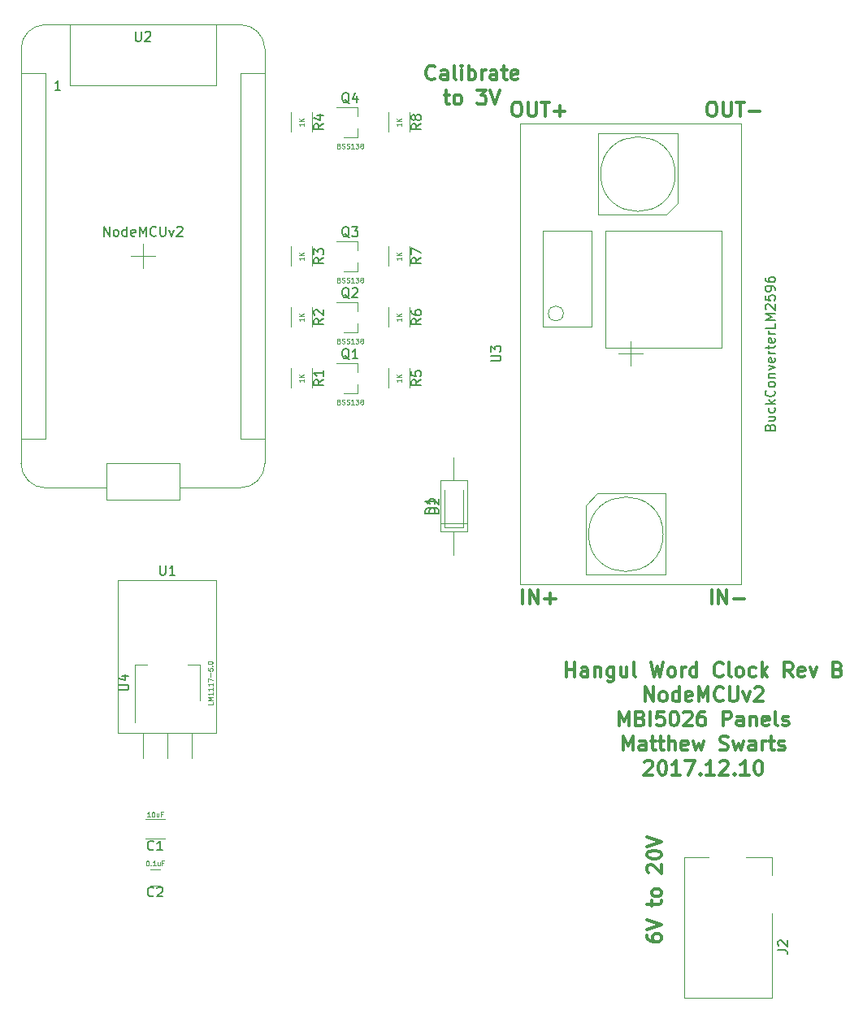
<source format=gto>
G04 #@! TF.FileFunction,Legend,Top*
%FSLAX46Y46*%
G04 Gerber Fmt 4.6, Leading zero omitted, Abs format (unit mm)*
G04 Created by KiCad (PCBNEW 4.0.4-stable) date 12/14/17 11:03:47*
%MOMM*%
%LPD*%
G01*
G04 APERTURE LIST*
%ADD10C,0.250000*%
%ADD11C,0.300000*%
%ADD12C,0.100000*%
%ADD13C,0.120000*%
%ADD14C,0.150000*%
G04 APERTURE END LIST*
D10*
D11*
X130494286Y-132738571D02*
X130494286Y-131238571D01*
X130494286Y-131952857D02*
X131351429Y-131952857D01*
X131351429Y-132738571D02*
X131351429Y-131238571D01*
X132708572Y-132738571D02*
X132708572Y-131952857D01*
X132637143Y-131810000D01*
X132494286Y-131738571D01*
X132208572Y-131738571D01*
X132065715Y-131810000D01*
X132708572Y-132667143D02*
X132565715Y-132738571D01*
X132208572Y-132738571D01*
X132065715Y-132667143D01*
X131994286Y-132524286D01*
X131994286Y-132381429D01*
X132065715Y-132238571D01*
X132208572Y-132167143D01*
X132565715Y-132167143D01*
X132708572Y-132095714D01*
X133422858Y-131738571D02*
X133422858Y-132738571D01*
X133422858Y-131881429D02*
X133494286Y-131810000D01*
X133637144Y-131738571D01*
X133851429Y-131738571D01*
X133994286Y-131810000D01*
X134065715Y-131952857D01*
X134065715Y-132738571D01*
X135422858Y-131738571D02*
X135422858Y-132952857D01*
X135351429Y-133095714D01*
X135280001Y-133167143D01*
X135137144Y-133238571D01*
X134922858Y-133238571D01*
X134780001Y-133167143D01*
X135422858Y-132667143D02*
X135280001Y-132738571D01*
X134994287Y-132738571D01*
X134851429Y-132667143D01*
X134780001Y-132595714D01*
X134708572Y-132452857D01*
X134708572Y-132024286D01*
X134780001Y-131881429D01*
X134851429Y-131810000D01*
X134994287Y-131738571D01*
X135280001Y-131738571D01*
X135422858Y-131810000D01*
X136780001Y-131738571D02*
X136780001Y-132738571D01*
X136137144Y-131738571D02*
X136137144Y-132524286D01*
X136208572Y-132667143D01*
X136351430Y-132738571D01*
X136565715Y-132738571D01*
X136708572Y-132667143D01*
X136780001Y-132595714D01*
X137708573Y-132738571D02*
X137565715Y-132667143D01*
X137494287Y-132524286D01*
X137494287Y-131238571D01*
X139280001Y-131238571D02*
X139637144Y-132738571D01*
X139922858Y-131667143D01*
X140208572Y-132738571D01*
X140565715Y-131238571D01*
X141351430Y-132738571D02*
X141208572Y-132667143D01*
X141137144Y-132595714D01*
X141065715Y-132452857D01*
X141065715Y-132024286D01*
X141137144Y-131881429D01*
X141208572Y-131810000D01*
X141351430Y-131738571D01*
X141565715Y-131738571D01*
X141708572Y-131810000D01*
X141780001Y-131881429D01*
X141851430Y-132024286D01*
X141851430Y-132452857D01*
X141780001Y-132595714D01*
X141708572Y-132667143D01*
X141565715Y-132738571D01*
X141351430Y-132738571D01*
X142494287Y-132738571D02*
X142494287Y-131738571D01*
X142494287Y-132024286D02*
X142565715Y-131881429D01*
X142637144Y-131810000D01*
X142780001Y-131738571D01*
X142922858Y-131738571D01*
X144065715Y-132738571D02*
X144065715Y-131238571D01*
X144065715Y-132667143D02*
X143922858Y-132738571D01*
X143637144Y-132738571D01*
X143494286Y-132667143D01*
X143422858Y-132595714D01*
X143351429Y-132452857D01*
X143351429Y-132024286D01*
X143422858Y-131881429D01*
X143494286Y-131810000D01*
X143637144Y-131738571D01*
X143922858Y-131738571D01*
X144065715Y-131810000D01*
X146780001Y-132595714D02*
X146708572Y-132667143D01*
X146494286Y-132738571D01*
X146351429Y-132738571D01*
X146137144Y-132667143D01*
X145994286Y-132524286D01*
X145922858Y-132381429D01*
X145851429Y-132095714D01*
X145851429Y-131881429D01*
X145922858Y-131595714D01*
X145994286Y-131452857D01*
X146137144Y-131310000D01*
X146351429Y-131238571D01*
X146494286Y-131238571D01*
X146708572Y-131310000D01*
X146780001Y-131381429D01*
X147637144Y-132738571D02*
X147494286Y-132667143D01*
X147422858Y-132524286D01*
X147422858Y-131238571D01*
X148422858Y-132738571D02*
X148280000Y-132667143D01*
X148208572Y-132595714D01*
X148137143Y-132452857D01*
X148137143Y-132024286D01*
X148208572Y-131881429D01*
X148280000Y-131810000D01*
X148422858Y-131738571D01*
X148637143Y-131738571D01*
X148780000Y-131810000D01*
X148851429Y-131881429D01*
X148922858Y-132024286D01*
X148922858Y-132452857D01*
X148851429Y-132595714D01*
X148780000Y-132667143D01*
X148637143Y-132738571D01*
X148422858Y-132738571D01*
X150208572Y-132667143D02*
X150065715Y-132738571D01*
X149780001Y-132738571D01*
X149637143Y-132667143D01*
X149565715Y-132595714D01*
X149494286Y-132452857D01*
X149494286Y-132024286D01*
X149565715Y-131881429D01*
X149637143Y-131810000D01*
X149780001Y-131738571D01*
X150065715Y-131738571D01*
X150208572Y-131810000D01*
X150851429Y-132738571D02*
X150851429Y-131238571D01*
X150994286Y-132167143D02*
X151422857Y-132738571D01*
X151422857Y-131738571D02*
X150851429Y-132310000D01*
X154065715Y-132738571D02*
X153565715Y-132024286D01*
X153208572Y-132738571D02*
X153208572Y-131238571D01*
X153780000Y-131238571D01*
X153922858Y-131310000D01*
X153994286Y-131381429D01*
X154065715Y-131524286D01*
X154065715Y-131738571D01*
X153994286Y-131881429D01*
X153922858Y-131952857D01*
X153780000Y-132024286D01*
X153208572Y-132024286D01*
X155280000Y-132667143D02*
X155137143Y-132738571D01*
X154851429Y-132738571D01*
X154708572Y-132667143D01*
X154637143Y-132524286D01*
X154637143Y-131952857D01*
X154708572Y-131810000D01*
X154851429Y-131738571D01*
X155137143Y-131738571D01*
X155280000Y-131810000D01*
X155351429Y-131952857D01*
X155351429Y-132095714D01*
X154637143Y-132238571D01*
X155851429Y-131738571D02*
X156208572Y-132738571D01*
X156565714Y-131738571D01*
X158780000Y-131952857D02*
X158994286Y-132024286D01*
X159065714Y-132095714D01*
X159137143Y-132238571D01*
X159137143Y-132452857D01*
X159065714Y-132595714D01*
X158994286Y-132667143D01*
X158851428Y-132738571D01*
X158280000Y-132738571D01*
X158280000Y-131238571D01*
X158780000Y-131238571D01*
X158922857Y-131310000D01*
X158994286Y-131381429D01*
X159065714Y-131524286D01*
X159065714Y-131667143D01*
X158994286Y-131810000D01*
X158922857Y-131881429D01*
X158780000Y-131952857D01*
X158280000Y-131952857D01*
X138672857Y-135288571D02*
X138672857Y-133788571D01*
X139530000Y-135288571D01*
X139530000Y-133788571D01*
X140458572Y-135288571D02*
X140315714Y-135217143D01*
X140244286Y-135145714D01*
X140172857Y-135002857D01*
X140172857Y-134574286D01*
X140244286Y-134431429D01*
X140315714Y-134360000D01*
X140458572Y-134288571D01*
X140672857Y-134288571D01*
X140815714Y-134360000D01*
X140887143Y-134431429D01*
X140958572Y-134574286D01*
X140958572Y-135002857D01*
X140887143Y-135145714D01*
X140815714Y-135217143D01*
X140672857Y-135288571D01*
X140458572Y-135288571D01*
X142244286Y-135288571D02*
X142244286Y-133788571D01*
X142244286Y-135217143D02*
X142101429Y-135288571D01*
X141815715Y-135288571D01*
X141672857Y-135217143D01*
X141601429Y-135145714D01*
X141530000Y-135002857D01*
X141530000Y-134574286D01*
X141601429Y-134431429D01*
X141672857Y-134360000D01*
X141815715Y-134288571D01*
X142101429Y-134288571D01*
X142244286Y-134360000D01*
X143530000Y-135217143D02*
X143387143Y-135288571D01*
X143101429Y-135288571D01*
X142958572Y-135217143D01*
X142887143Y-135074286D01*
X142887143Y-134502857D01*
X142958572Y-134360000D01*
X143101429Y-134288571D01*
X143387143Y-134288571D01*
X143530000Y-134360000D01*
X143601429Y-134502857D01*
X143601429Y-134645714D01*
X142887143Y-134788571D01*
X144244286Y-135288571D02*
X144244286Y-133788571D01*
X144744286Y-134860000D01*
X145244286Y-133788571D01*
X145244286Y-135288571D01*
X146815715Y-135145714D02*
X146744286Y-135217143D01*
X146530000Y-135288571D01*
X146387143Y-135288571D01*
X146172858Y-135217143D01*
X146030000Y-135074286D01*
X145958572Y-134931429D01*
X145887143Y-134645714D01*
X145887143Y-134431429D01*
X145958572Y-134145714D01*
X146030000Y-134002857D01*
X146172858Y-133860000D01*
X146387143Y-133788571D01*
X146530000Y-133788571D01*
X146744286Y-133860000D01*
X146815715Y-133931429D01*
X147458572Y-133788571D02*
X147458572Y-135002857D01*
X147530000Y-135145714D01*
X147601429Y-135217143D01*
X147744286Y-135288571D01*
X148030000Y-135288571D01*
X148172858Y-135217143D01*
X148244286Y-135145714D01*
X148315715Y-135002857D01*
X148315715Y-133788571D01*
X148887144Y-134288571D02*
X149244287Y-135288571D01*
X149601429Y-134288571D01*
X150101429Y-133931429D02*
X150172858Y-133860000D01*
X150315715Y-133788571D01*
X150672858Y-133788571D01*
X150815715Y-133860000D01*
X150887144Y-133931429D01*
X150958572Y-134074286D01*
X150958572Y-134217143D01*
X150887144Y-134431429D01*
X150030001Y-135288571D01*
X150958572Y-135288571D01*
X135994287Y-137838571D02*
X135994287Y-136338571D01*
X136494287Y-137410000D01*
X136994287Y-136338571D01*
X136994287Y-137838571D01*
X138208573Y-137052857D02*
X138422859Y-137124286D01*
X138494287Y-137195714D01*
X138565716Y-137338571D01*
X138565716Y-137552857D01*
X138494287Y-137695714D01*
X138422859Y-137767143D01*
X138280001Y-137838571D01*
X137708573Y-137838571D01*
X137708573Y-136338571D01*
X138208573Y-136338571D01*
X138351430Y-136410000D01*
X138422859Y-136481429D01*
X138494287Y-136624286D01*
X138494287Y-136767143D01*
X138422859Y-136910000D01*
X138351430Y-136981429D01*
X138208573Y-137052857D01*
X137708573Y-137052857D01*
X139208573Y-137838571D02*
X139208573Y-136338571D01*
X140637145Y-136338571D02*
X139922859Y-136338571D01*
X139851430Y-137052857D01*
X139922859Y-136981429D01*
X140065716Y-136910000D01*
X140422859Y-136910000D01*
X140565716Y-136981429D01*
X140637145Y-137052857D01*
X140708573Y-137195714D01*
X140708573Y-137552857D01*
X140637145Y-137695714D01*
X140565716Y-137767143D01*
X140422859Y-137838571D01*
X140065716Y-137838571D01*
X139922859Y-137767143D01*
X139851430Y-137695714D01*
X141637144Y-136338571D02*
X141780001Y-136338571D01*
X141922858Y-136410000D01*
X141994287Y-136481429D01*
X142065716Y-136624286D01*
X142137144Y-136910000D01*
X142137144Y-137267143D01*
X142065716Y-137552857D01*
X141994287Y-137695714D01*
X141922858Y-137767143D01*
X141780001Y-137838571D01*
X141637144Y-137838571D01*
X141494287Y-137767143D01*
X141422858Y-137695714D01*
X141351430Y-137552857D01*
X141280001Y-137267143D01*
X141280001Y-136910000D01*
X141351430Y-136624286D01*
X141422858Y-136481429D01*
X141494287Y-136410000D01*
X141637144Y-136338571D01*
X142708572Y-136481429D02*
X142780001Y-136410000D01*
X142922858Y-136338571D01*
X143280001Y-136338571D01*
X143422858Y-136410000D01*
X143494287Y-136481429D01*
X143565715Y-136624286D01*
X143565715Y-136767143D01*
X143494287Y-136981429D01*
X142637144Y-137838571D01*
X143565715Y-137838571D01*
X144851429Y-136338571D02*
X144565715Y-136338571D01*
X144422858Y-136410000D01*
X144351429Y-136481429D01*
X144208572Y-136695714D01*
X144137143Y-136981429D01*
X144137143Y-137552857D01*
X144208572Y-137695714D01*
X144280000Y-137767143D01*
X144422858Y-137838571D01*
X144708572Y-137838571D01*
X144851429Y-137767143D01*
X144922858Y-137695714D01*
X144994286Y-137552857D01*
X144994286Y-137195714D01*
X144922858Y-137052857D01*
X144851429Y-136981429D01*
X144708572Y-136910000D01*
X144422858Y-136910000D01*
X144280000Y-136981429D01*
X144208572Y-137052857D01*
X144137143Y-137195714D01*
X146780000Y-137838571D02*
X146780000Y-136338571D01*
X147351428Y-136338571D01*
X147494286Y-136410000D01*
X147565714Y-136481429D01*
X147637143Y-136624286D01*
X147637143Y-136838571D01*
X147565714Y-136981429D01*
X147494286Y-137052857D01*
X147351428Y-137124286D01*
X146780000Y-137124286D01*
X148922857Y-137838571D02*
X148922857Y-137052857D01*
X148851428Y-136910000D01*
X148708571Y-136838571D01*
X148422857Y-136838571D01*
X148280000Y-136910000D01*
X148922857Y-137767143D02*
X148780000Y-137838571D01*
X148422857Y-137838571D01*
X148280000Y-137767143D01*
X148208571Y-137624286D01*
X148208571Y-137481429D01*
X148280000Y-137338571D01*
X148422857Y-137267143D01*
X148780000Y-137267143D01*
X148922857Y-137195714D01*
X149637143Y-136838571D02*
X149637143Y-137838571D01*
X149637143Y-136981429D02*
X149708571Y-136910000D01*
X149851429Y-136838571D01*
X150065714Y-136838571D01*
X150208571Y-136910000D01*
X150280000Y-137052857D01*
X150280000Y-137838571D01*
X151565714Y-137767143D02*
X151422857Y-137838571D01*
X151137143Y-137838571D01*
X150994286Y-137767143D01*
X150922857Y-137624286D01*
X150922857Y-137052857D01*
X150994286Y-136910000D01*
X151137143Y-136838571D01*
X151422857Y-136838571D01*
X151565714Y-136910000D01*
X151637143Y-137052857D01*
X151637143Y-137195714D01*
X150922857Y-137338571D01*
X152494286Y-137838571D02*
X152351428Y-137767143D01*
X152280000Y-137624286D01*
X152280000Y-136338571D01*
X152994285Y-137767143D02*
X153137142Y-137838571D01*
X153422857Y-137838571D01*
X153565714Y-137767143D01*
X153637142Y-137624286D01*
X153637142Y-137552857D01*
X153565714Y-137410000D01*
X153422857Y-137338571D01*
X153208571Y-137338571D01*
X153065714Y-137267143D01*
X152994285Y-137124286D01*
X152994285Y-137052857D01*
X153065714Y-136910000D01*
X153208571Y-136838571D01*
X153422857Y-136838571D01*
X153565714Y-136910000D01*
X136387143Y-140388571D02*
X136387143Y-138888571D01*
X136887143Y-139960000D01*
X137387143Y-138888571D01*
X137387143Y-140388571D01*
X138744286Y-140388571D02*
X138744286Y-139602857D01*
X138672857Y-139460000D01*
X138530000Y-139388571D01*
X138244286Y-139388571D01*
X138101429Y-139460000D01*
X138744286Y-140317143D02*
X138601429Y-140388571D01*
X138244286Y-140388571D01*
X138101429Y-140317143D01*
X138030000Y-140174286D01*
X138030000Y-140031429D01*
X138101429Y-139888571D01*
X138244286Y-139817143D01*
X138601429Y-139817143D01*
X138744286Y-139745714D01*
X139244286Y-139388571D02*
X139815715Y-139388571D01*
X139458572Y-138888571D02*
X139458572Y-140174286D01*
X139530000Y-140317143D01*
X139672858Y-140388571D01*
X139815715Y-140388571D01*
X140101429Y-139388571D02*
X140672858Y-139388571D01*
X140315715Y-138888571D02*
X140315715Y-140174286D01*
X140387143Y-140317143D01*
X140530001Y-140388571D01*
X140672858Y-140388571D01*
X141172858Y-140388571D02*
X141172858Y-138888571D01*
X141815715Y-140388571D02*
X141815715Y-139602857D01*
X141744286Y-139460000D01*
X141601429Y-139388571D01*
X141387144Y-139388571D01*
X141244286Y-139460000D01*
X141172858Y-139531429D01*
X143101429Y-140317143D02*
X142958572Y-140388571D01*
X142672858Y-140388571D01*
X142530001Y-140317143D01*
X142458572Y-140174286D01*
X142458572Y-139602857D01*
X142530001Y-139460000D01*
X142672858Y-139388571D01*
X142958572Y-139388571D01*
X143101429Y-139460000D01*
X143172858Y-139602857D01*
X143172858Y-139745714D01*
X142458572Y-139888571D01*
X143672858Y-139388571D02*
X143958572Y-140388571D01*
X144244286Y-139674286D01*
X144530001Y-140388571D01*
X144815715Y-139388571D01*
X146458572Y-140317143D02*
X146672858Y-140388571D01*
X147030001Y-140388571D01*
X147172858Y-140317143D01*
X147244287Y-140245714D01*
X147315715Y-140102857D01*
X147315715Y-139960000D01*
X147244287Y-139817143D01*
X147172858Y-139745714D01*
X147030001Y-139674286D01*
X146744287Y-139602857D01*
X146601429Y-139531429D01*
X146530001Y-139460000D01*
X146458572Y-139317143D01*
X146458572Y-139174286D01*
X146530001Y-139031429D01*
X146601429Y-138960000D01*
X146744287Y-138888571D01*
X147101429Y-138888571D01*
X147315715Y-138960000D01*
X147815715Y-139388571D02*
X148101429Y-140388571D01*
X148387143Y-139674286D01*
X148672858Y-140388571D01*
X148958572Y-139388571D01*
X150172858Y-140388571D02*
X150172858Y-139602857D01*
X150101429Y-139460000D01*
X149958572Y-139388571D01*
X149672858Y-139388571D01*
X149530001Y-139460000D01*
X150172858Y-140317143D02*
X150030001Y-140388571D01*
X149672858Y-140388571D01*
X149530001Y-140317143D01*
X149458572Y-140174286D01*
X149458572Y-140031429D01*
X149530001Y-139888571D01*
X149672858Y-139817143D01*
X150030001Y-139817143D01*
X150172858Y-139745714D01*
X150887144Y-140388571D02*
X150887144Y-139388571D01*
X150887144Y-139674286D02*
X150958572Y-139531429D01*
X151030001Y-139460000D01*
X151172858Y-139388571D01*
X151315715Y-139388571D01*
X151601429Y-139388571D02*
X152172858Y-139388571D01*
X151815715Y-138888571D02*
X151815715Y-140174286D01*
X151887143Y-140317143D01*
X152030001Y-140388571D01*
X152172858Y-140388571D01*
X152601429Y-140317143D02*
X152744286Y-140388571D01*
X153030001Y-140388571D01*
X153172858Y-140317143D01*
X153244286Y-140174286D01*
X153244286Y-140102857D01*
X153172858Y-139960000D01*
X153030001Y-139888571D01*
X152815715Y-139888571D01*
X152672858Y-139817143D01*
X152601429Y-139674286D01*
X152601429Y-139602857D01*
X152672858Y-139460000D01*
X152815715Y-139388571D01*
X153030001Y-139388571D01*
X153172858Y-139460000D01*
X138637144Y-141581429D02*
X138708573Y-141510000D01*
X138851430Y-141438571D01*
X139208573Y-141438571D01*
X139351430Y-141510000D01*
X139422859Y-141581429D01*
X139494287Y-141724286D01*
X139494287Y-141867143D01*
X139422859Y-142081429D01*
X138565716Y-142938571D01*
X139494287Y-142938571D01*
X140422858Y-141438571D02*
X140565715Y-141438571D01*
X140708572Y-141510000D01*
X140780001Y-141581429D01*
X140851430Y-141724286D01*
X140922858Y-142010000D01*
X140922858Y-142367143D01*
X140851430Y-142652857D01*
X140780001Y-142795714D01*
X140708572Y-142867143D01*
X140565715Y-142938571D01*
X140422858Y-142938571D01*
X140280001Y-142867143D01*
X140208572Y-142795714D01*
X140137144Y-142652857D01*
X140065715Y-142367143D01*
X140065715Y-142010000D01*
X140137144Y-141724286D01*
X140208572Y-141581429D01*
X140280001Y-141510000D01*
X140422858Y-141438571D01*
X142351429Y-142938571D02*
X141494286Y-142938571D01*
X141922858Y-142938571D02*
X141922858Y-141438571D01*
X141780001Y-141652857D01*
X141637143Y-141795714D01*
X141494286Y-141867143D01*
X142851429Y-141438571D02*
X143851429Y-141438571D01*
X143208572Y-142938571D01*
X144422857Y-142795714D02*
X144494285Y-142867143D01*
X144422857Y-142938571D01*
X144351428Y-142867143D01*
X144422857Y-142795714D01*
X144422857Y-142938571D01*
X145922857Y-142938571D02*
X145065714Y-142938571D01*
X145494286Y-142938571D02*
X145494286Y-141438571D01*
X145351429Y-141652857D01*
X145208571Y-141795714D01*
X145065714Y-141867143D01*
X146494285Y-141581429D02*
X146565714Y-141510000D01*
X146708571Y-141438571D01*
X147065714Y-141438571D01*
X147208571Y-141510000D01*
X147280000Y-141581429D01*
X147351428Y-141724286D01*
X147351428Y-141867143D01*
X147280000Y-142081429D01*
X146422857Y-142938571D01*
X147351428Y-142938571D01*
X147994285Y-142795714D02*
X148065713Y-142867143D01*
X147994285Y-142938571D01*
X147922856Y-142867143D01*
X147994285Y-142795714D01*
X147994285Y-142938571D01*
X149494285Y-142938571D02*
X148637142Y-142938571D01*
X149065714Y-142938571D02*
X149065714Y-141438571D01*
X148922857Y-141652857D01*
X148779999Y-141795714D01*
X148637142Y-141867143D01*
X150422856Y-141438571D02*
X150565713Y-141438571D01*
X150708570Y-141510000D01*
X150779999Y-141581429D01*
X150851428Y-141724286D01*
X150922856Y-142010000D01*
X150922856Y-142367143D01*
X150851428Y-142652857D01*
X150779999Y-142795714D01*
X150708570Y-142867143D01*
X150565713Y-142938571D01*
X150422856Y-142938571D01*
X150279999Y-142867143D01*
X150208570Y-142795714D01*
X150137142Y-142652857D01*
X150065713Y-142367143D01*
X150065713Y-142010000D01*
X150137142Y-141724286D01*
X150208570Y-141581429D01*
X150279999Y-141510000D01*
X150422856Y-141438571D01*
X116792858Y-70380714D02*
X116721429Y-70452143D01*
X116507143Y-70523571D01*
X116364286Y-70523571D01*
X116150001Y-70452143D01*
X116007143Y-70309286D01*
X115935715Y-70166429D01*
X115864286Y-69880714D01*
X115864286Y-69666429D01*
X115935715Y-69380714D01*
X116007143Y-69237857D01*
X116150001Y-69095000D01*
X116364286Y-69023571D01*
X116507143Y-69023571D01*
X116721429Y-69095000D01*
X116792858Y-69166429D01*
X118078572Y-70523571D02*
X118078572Y-69737857D01*
X118007143Y-69595000D01*
X117864286Y-69523571D01*
X117578572Y-69523571D01*
X117435715Y-69595000D01*
X118078572Y-70452143D02*
X117935715Y-70523571D01*
X117578572Y-70523571D01*
X117435715Y-70452143D01*
X117364286Y-70309286D01*
X117364286Y-70166429D01*
X117435715Y-70023571D01*
X117578572Y-69952143D01*
X117935715Y-69952143D01*
X118078572Y-69880714D01*
X119007144Y-70523571D02*
X118864286Y-70452143D01*
X118792858Y-70309286D01*
X118792858Y-69023571D01*
X119578572Y-70523571D02*
X119578572Y-69523571D01*
X119578572Y-69023571D02*
X119507143Y-69095000D01*
X119578572Y-69166429D01*
X119650000Y-69095000D01*
X119578572Y-69023571D01*
X119578572Y-69166429D01*
X120292858Y-70523571D02*
X120292858Y-69023571D01*
X120292858Y-69595000D02*
X120435715Y-69523571D01*
X120721429Y-69523571D01*
X120864286Y-69595000D01*
X120935715Y-69666429D01*
X121007144Y-69809286D01*
X121007144Y-70237857D01*
X120935715Y-70380714D01*
X120864286Y-70452143D01*
X120721429Y-70523571D01*
X120435715Y-70523571D01*
X120292858Y-70452143D01*
X121650001Y-70523571D02*
X121650001Y-69523571D01*
X121650001Y-69809286D02*
X121721429Y-69666429D01*
X121792858Y-69595000D01*
X121935715Y-69523571D01*
X122078572Y-69523571D01*
X123221429Y-70523571D02*
X123221429Y-69737857D01*
X123150000Y-69595000D01*
X123007143Y-69523571D01*
X122721429Y-69523571D01*
X122578572Y-69595000D01*
X123221429Y-70452143D02*
X123078572Y-70523571D01*
X122721429Y-70523571D01*
X122578572Y-70452143D01*
X122507143Y-70309286D01*
X122507143Y-70166429D01*
X122578572Y-70023571D01*
X122721429Y-69952143D01*
X123078572Y-69952143D01*
X123221429Y-69880714D01*
X123721429Y-69523571D02*
X124292858Y-69523571D01*
X123935715Y-69023571D02*
X123935715Y-70309286D01*
X124007143Y-70452143D01*
X124150001Y-70523571D01*
X124292858Y-70523571D01*
X125364286Y-70452143D02*
X125221429Y-70523571D01*
X124935715Y-70523571D01*
X124792858Y-70452143D01*
X124721429Y-70309286D01*
X124721429Y-69737857D01*
X124792858Y-69595000D01*
X124935715Y-69523571D01*
X125221429Y-69523571D01*
X125364286Y-69595000D01*
X125435715Y-69737857D01*
X125435715Y-69880714D01*
X124721429Y-70023571D01*
X117757143Y-72073571D02*
X118328572Y-72073571D01*
X117971429Y-71573571D02*
X117971429Y-72859286D01*
X118042857Y-73002143D01*
X118185715Y-73073571D01*
X118328572Y-73073571D01*
X119042858Y-73073571D02*
X118900000Y-73002143D01*
X118828572Y-72930714D01*
X118757143Y-72787857D01*
X118757143Y-72359286D01*
X118828572Y-72216429D01*
X118900000Y-72145000D01*
X119042858Y-72073571D01*
X119257143Y-72073571D01*
X119400000Y-72145000D01*
X119471429Y-72216429D01*
X119542858Y-72359286D01*
X119542858Y-72787857D01*
X119471429Y-72930714D01*
X119400000Y-73002143D01*
X119257143Y-73073571D01*
X119042858Y-73073571D01*
X121185715Y-71573571D02*
X122114286Y-71573571D01*
X121614286Y-72145000D01*
X121828572Y-72145000D01*
X121971429Y-72216429D01*
X122042858Y-72287857D01*
X122114286Y-72430714D01*
X122114286Y-72787857D01*
X122042858Y-72930714D01*
X121971429Y-73002143D01*
X121828572Y-73073571D01*
X121400000Y-73073571D01*
X121257143Y-73002143D01*
X121185715Y-72930714D01*
X122542857Y-71573571D02*
X123042857Y-73073571D01*
X123542857Y-71573571D01*
X125206428Y-72838571D02*
X125492142Y-72838571D01*
X125635000Y-72910000D01*
X125777857Y-73052857D01*
X125849285Y-73338571D01*
X125849285Y-73838571D01*
X125777857Y-74124286D01*
X125635000Y-74267143D01*
X125492142Y-74338571D01*
X125206428Y-74338571D01*
X125063571Y-74267143D01*
X124920714Y-74124286D01*
X124849285Y-73838571D01*
X124849285Y-73338571D01*
X124920714Y-73052857D01*
X125063571Y-72910000D01*
X125206428Y-72838571D01*
X126492143Y-72838571D02*
X126492143Y-74052857D01*
X126563571Y-74195714D01*
X126635000Y-74267143D01*
X126777857Y-74338571D01*
X127063571Y-74338571D01*
X127206429Y-74267143D01*
X127277857Y-74195714D01*
X127349286Y-74052857D01*
X127349286Y-72838571D01*
X127849286Y-72838571D02*
X128706429Y-72838571D01*
X128277858Y-74338571D02*
X128277858Y-72838571D01*
X129206429Y-73767143D02*
X130349286Y-73767143D01*
X129777857Y-74338571D02*
X129777857Y-73195714D01*
X145526428Y-72838571D02*
X145812142Y-72838571D01*
X145955000Y-72910000D01*
X146097857Y-73052857D01*
X146169285Y-73338571D01*
X146169285Y-73838571D01*
X146097857Y-74124286D01*
X145955000Y-74267143D01*
X145812142Y-74338571D01*
X145526428Y-74338571D01*
X145383571Y-74267143D01*
X145240714Y-74124286D01*
X145169285Y-73838571D01*
X145169285Y-73338571D01*
X145240714Y-73052857D01*
X145383571Y-72910000D01*
X145526428Y-72838571D01*
X146812143Y-72838571D02*
X146812143Y-74052857D01*
X146883571Y-74195714D01*
X146955000Y-74267143D01*
X147097857Y-74338571D01*
X147383571Y-74338571D01*
X147526429Y-74267143D01*
X147597857Y-74195714D01*
X147669286Y-74052857D01*
X147669286Y-72838571D01*
X148169286Y-72838571D02*
X149026429Y-72838571D01*
X148597858Y-74338571D02*
X148597858Y-72838571D01*
X149526429Y-73767143D02*
X150669286Y-73767143D01*
X145605714Y-125138571D02*
X145605714Y-123638571D01*
X146320000Y-125138571D02*
X146320000Y-123638571D01*
X147177143Y-125138571D01*
X147177143Y-123638571D01*
X147891429Y-124567143D02*
X149034286Y-124567143D01*
X125920714Y-125138571D02*
X125920714Y-123638571D01*
X126635000Y-125138571D02*
X126635000Y-123638571D01*
X127492143Y-125138571D01*
X127492143Y-123638571D01*
X128206429Y-124567143D02*
X129349286Y-124567143D01*
X128777857Y-125138571D02*
X128777857Y-123995714D01*
X138878571Y-159618570D02*
X138878571Y-159904284D01*
X138950000Y-160047141D01*
X139021429Y-160118570D01*
X139235714Y-160261427D01*
X139521429Y-160332856D01*
X140092857Y-160332856D01*
X140235714Y-160261427D01*
X140307143Y-160189999D01*
X140378571Y-160047141D01*
X140378571Y-159761427D01*
X140307143Y-159618570D01*
X140235714Y-159547141D01*
X140092857Y-159475713D01*
X139735714Y-159475713D01*
X139592857Y-159547141D01*
X139521429Y-159618570D01*
X139450000Y-159761427D01*
X139450000Y-160047141D01*
X139521429Y-160189999D01*
X139592857Y-160261427D01*
X139735714Y-160332856D01*
X138878571Y-159047142D02*
X140378571Y-158547142D01*
X138878571Y-158047142D01*
X139378571Y-156618571D02*
X139378571Y-156047142D01*
X138878571Y-156404285D02*
X140164286Y-156404285D01*
X140307143Y-156332857D01*
X140378571Y-156189999D01*
X140378571Y-156047142D01*
X140378571Y-155332856D02*
X140307143Y-155475714D01*
X140235714Y-155547142D01*
X140092857Y-155618571D01*
X139664286Y-155618571D01*
X139521429Y-155547142D01*
X139450000Y-155475714D01*
X139378571Y-155332856D01*
X139378571Y-155118571D01*
X139450000Y-154975714D01*
X139521429Y-154904285D01*
X139664286Y-154832856D01*
X140092857Y-154832856D01*
X140235714Y-154904285D01*
X140307143Y-154975714D01*
X140378571Y-155118571D01*
X140378571Y-155332856D01*
X139021429Y-153118571D02*
X138950000Y-153047142D01*
X138878571Y-152904285D01*
X138878571Y-152547142D01*
X138950000Y-152404285D01*
X139021429Y-152332856D01*
X139164286Y-152261428D01*
X139307143Y-152261428D01*
X139521429Y-152332856D01*
X140378571Y-153189999D01*
X140378571Y-152261428D01*
X138878571Y-151332857D02*
X138878571Y-151190000D01*
X138950000Y-151047143D01*
X139021429Y-150975714D01*
X139164286Y-150904285D01*
X139450000Y-150832857D01*
X139807143Y-150832857D01*
X140092857Y-150904285D01*
X140235714Y-150975714D01*
X140307143Y-151047143D01*
X140378571Y-151190000D01*
X140378571Y-151332857D01*
X140307143Y-151475714D01*
X140235714Y-151547143D01*
X140092857Y-151618571D01*
X139807143Y-151690000D01*
X139450000Y-151690000D01*
X139164286Y-151618571D01*
X139021429Y-151547143D01*
X138950000Y-151475714D01*
X138878571Y-151332857D01*
X138878571Y-150404286D02*
X140378571Y-149904286D01*
X138878571Y-149404286D01*
D12*
X85090000Y-88900000D02*
X87630000Y-88900000D01*
X86360000Y-87630000D02*
X86360000Y-90170000D01*
X78740000Y-64770000D02*
X78740000Y-71120000D01*
X78740000Y-71120000D02*
X93980000Y-71120000D01*
X93980000Y-71120000D02*
X93980000Y-64770000D01*
X90170000Y-113030000D02*
X96520000Y-113030000D01*
X76200000Y-113030000D02*
X82550000Y-113030000D01*
X82550000Y-110490000D02*
X82550000Y-114300000D01*
X82550000Y-114300000D02*
X90170000Y-114300000D01*
X90170000Y-114300000D02*
X90170000Y-110490000D01*
X90170000Y-110490000D02*
X82550000Y-110490000D01*
X99060000Y-69850000D02*
X96520000Y-69850000D01*
X96520000Y-69850000D02*
X96520000Y-107950000D01*
X96520000Y-107950000D02*
X99060000Y-107950000D01*
X73660000Y-69850000D02*
X76200000Y-69850000D01*
X76200000Y-69850000D02*
X76200000Y-107950000D01*
X76200000Y-107950000D02*
X73660000Y-107950000D01*
X96520000Y-64770000D02*
X76200000Y-64770000D01*
X99060000Y-110490000D02*
X99060000Y-67310000D01*
X73660000Y-67310000D02*
X73660000Y-110490000D01*
X99060000Y-67310000D02*
G75*
G03X96520000Y-64770000I-2540000J0D01*
G01*
X76200000Y-64770000D02*
G75*
G03X73660000Y-67310000I0J-2540000D01*
G01*
X96520000Y-113030000D02*
G75*
G03X99060000Y-110490000I0J2540000D01*
G01*
X73660000Y-110490000D02*
G75*
G03X76200000Y-113030000I2540000J0D01*
G01*
X128009232Y-86276927D02*
X133139874Y-86276927D01*
X133139232Y-86276969D02*
X133139232Y-96276927D01*
X125660000Y-75060000D02*
X125660000Y-123060000D01*
X148660000Y-75060000D02*
X125660000Y-75060000D01*
X148660000Y-123060000D02*
X148660000Y-75060000D01*
X125660000Y-123060000D02*
X148660000Y-123060000D01*
X137160000Y-100330000D02*
X137160000Y-97790000D01*
X135890000Y-99060000D02*
X138430000Y-99060000D01*
X132501779Y-114838364D02*
X132501779Y-122101697D01*
X132501779Y-122101697D02*
X140847000Y-122101697D01*
X140847000Y-122101697D02*
X140847000Y-113632073D01*
X140847000Y-113632073D02*
X133708069Y-113632073D01*
X133708069Y-113632073D02*
X132501779Y-114838364D01*
X142107751Y-83374351D02*
X142107751Y-76111017D01*
X142107751Y-76111017D02*
X133762530Y-76111017D01*
X133762530Y-76111017D02*
X133762530Y-84580642D01*
X133762530Y-84580642D02*
X140901460Y-84580642D01*
X140901460Y-84580642D02*
X142107751Y-83374351D01*
X134519689Y-98456448D02*
X146691168Y-98456448D01*
X146691168Y-98456448D02*
X146691168Y-86249811D01*
X146691168Y-86249811D02*
X134519689Y-86249811D01*
X134519689Y-86249811D02*
X134519689Y-98456448D01*
X128009232Y-96276927D02*
X133139874Y-96276927D01*
X128009232Y-86276969D02*
X128009232Y-96276927D01*
X130165714Y-94866348D02*
G75*
G03X130165714Y-94866348I-782895J0D01*
G01*
X140559875Y-117866885D02*
G75*
G03X140559875Y-117866885I-3885486J0D01*
G01*
X141820627Y-80345830D02*
G75*
G03X141820627Y-80345830I-3885487J0D01*
G01*
D13*
X86630000Y-149610000D02*
X88630000Y-149610000D01*
X88630000Y-147570000D02*
X86630000Y-147570000D01*
X87130000Y-154520000D02*
X88130000Y-154520000D01*
X88130000Y-152820000D02*
X87130000Y-152820000D01*
X117335000Y-117595000D02*
X120155000Y-117595000D01*
X120155000Y-117595000D02*
X120155000Y-112275000D01*
X120155000Y-112275000D02*
X117335000Y-112275000D01*
X117335000Y-112275000D02*
X117335000Y-117595000D01*
X118745000Y-120005000D02*
X118745000Y-117595000D01*
X118745000Y-109865000D02*
X118745000Y-112275000D01*
X117335000Y-116755000D02*
X120155000Y-116755000D01*
X108710000Y-103180000D02*
X108710000Y-102250000D01*
X108710000Y-100020000D02*
X108710000Y-100950000D01*
X108710000Y-100020000D02*
X106550000Y-100020000D01*
X108710000Y-103180000D02*
X107250000Y-103180000D01*
X108710000Y-96830000D02*
X108710000Y-95900000D01*
X108710000Y-93670000D02*
X108710000Y-94600000D01*
X108710000Y-93670000D02*
X106550000Y-93670000D01*
X108710000Y-96830000D02*
X107250000Y-96830000D01*
X108710000Y-90480000D02*
X108710000Y-89550000D01*
X108710000Y-87320000D02*
X108710000Y-88250000D01*
X108710000Y-87320000D02*
X106550000Y-87320000D01*
X108710000Y-90480000D02*
X107250000Y-90480000D01*
X108710000Y-76510000D02*
X108710000Y-75580000D01*
X108710000Y-73350000D02*
X108710000Y-74280000D01*
X108710000Y-73350000D02*
X106550000Y-73350000D01*
X108710000Y-76510000D02*
X107250000Y-76510000D01*
X101800000Y-102600000D02*
X101800000Y-100600000D01*
X103940000Y-100600000D02*
X103940000Y-102600000D01*
X101800000Y-96250000D02*
X101800000Y-94250000D01*
X103940000Y-94250000D02*
X103940000Y-96250000D01*
X101800000Y-89900000D02*
X101800000Y-87900000D01*
X103940000Y-87900000D02*
X103940000Y-89900000D01*
X101800000Y-75930000D02*
X101800000Y-73930000D01*
X103940000Y-73930000D02*
X103940000Y-75930000D01*
X111960000Y-102600000D02*
X111960000Y-100600000D01*
X114100000Y-100600000D02*
X114100000Y-102600000D01*
X111960000Y-96250000D02*
X111960000Y-94250000D01*
X114100000Y-94250000D02*
X114100000Y-96250000D01*
X111960000Y-89900000D02*
X111960000Y-87900000D01*
X114100000Y-87900000D02*
X114100000Y-89900000D01*
X111960000Y-75930000D02*
X111960000Y-73930000D01*
X114100000Y-73930000D02*
X114100000Y-75930000D01*
X83780000Y-138550000D02*
X94020000Y-138550000D01*
X83780000Y-122660000D02*
X94020000Y-122660000D01*
X83780000Y-122660000D02*
X83780000Y-138550000D01*
X94020000Y-122660000D02*
X94020000Y-138550000D01*
X86360000Y-138550000D02*
X86360000Y-141190000D01*
X88900000Y-138550000D02*
X88900000Y-141174000D01*
X91440000Y-138550000D02*
X91440000Y-141174000D01*
X117745000Y-117185000D02*
X119745000Y-117185000D01*
X119745000Y-117185000D02*
X119745000Y-113285000D01*
X117745000Y-117185000D02*
X117745000Y-113285000D01*
X92310000Y-131440000D02*
X91050000Y-131440000D01*
X85490000Y-131440000D02*
X86750000Y-131440000D01*
X92310000Y-135200000D02*
X92310000Y-131440000D01*
X85490000Y-137450000D02*
X85490000Y-131440000D01*
X151920000Y-157400000D02*
X151920000Y-166200000D01*
X151920000Y-166200000D02*
X142720000Y-166200000D01*
X149220000Y-151500000D02*
X151920000Y-151500000D01*
X151920000Y-151500000D02*
X151920000Y-153400000D01*
X142720000Y-166200000D02*
X142720000Y-151500000D01*
X142720000Y-151500000D02*
X145320000Y-151500000D01*
D14*
X85598095Y-65492381D02*
X85598095Y-66301905D01*
X85645714Y-66397143D01*
X85693333Y-66444762D01*
X85788571Y-66492381D01*
X85979048Y-66492381D01*
X86074286Y-66444762D01*
X86121905Y-66397143D01*
X86169524Y-66301905D01*
X86169524Y-65492381D01*
X86598095Y-65587619D02*
X86645714Y-65540000D01*
X86740952Y-65492381D01*
X86979048Y-65492381D01*
X87074286Y-65540000D01*
X87121905Y-65587619D01*
X87169524Y-65682857D01*
X87169524Y-65778095D01*
X87121905Y-65920952D01*
X86550476Y-66492381D01*
X87169524Y-66492381D01*
X82288571Y-86812381D02*
X82288571Y-85812381D01*
X82860000Y-86812381D01*
X82860000Y-85812381D01*
X83479047Y-86812381D02*
X83383809Y-86764762D01*
X83336190Y-86717143D01*
X83288571Y-86621905D01*
X83288571Y-86336190D01*
X83336190Y-86240952D01*
X83383809Y-86193333D01*
X83479047Y-86145714D01*
X83621905Y-86145714D01*
X83717143Y-86193333D01*
X83764762Y-86240952D01*
X83812381Y-86336190D01*
X83812381Y-86621905D01*
X83764762Y-86717143D01*
X83717143Y-86764762D01*
X83621905Y-86812381D01*
X83479047Y-86812381D01*
X84669524Y-86812381D02*
X84669524Y-85812381D01*
X84669524Y-86764762D02*
X84574286Y-86812381D01*
X84383809Y-86812381D01*
X84288571Y-86764762D01*
X84240952Y-86717143D01*
X84193333Y-86621905D01*
X84193333Y-86336190D01*
X84240952Y-86240952D01*
X84288571Y-86193333D01*
X84383809Y-86145714D01*
X84574286Y-86145714D01*
X84669524Y-86193333D01*
X85526667Y-86764762D02*
X85431429Y-86812381D01*
X85240952Y-86812381D01*
X85145714Y-86764762D01*
X85098095Y-86669524D01*
X85098095Y-86288571D01*
X85145714Y-86193333D01*
X85240952Y-86145714D01*
X85431429Y-86145714D01*
X85526667Y-86193333D01*
X85574286Y-86288571D01*
X85574286Y-86383810D01*
X85098095Y-86479048D01*
X86002857Y-86812381D02*
X86002857Y-85812381D01*
X86336191Y-86526667D01*
X86669524Y-85812381D01*
X86669524Y-86812381D01*
X87717143Y-86717143D02*
X87669524Y-86764762D01*
X87526667Y-86812381D01*
X87431429Y-86812381D01*
X87288571Y-86764762D01*
X87193333Y-86669524D01*
X87145714Y-86574286D01*
X87098095Y-86383810D01*
X87098095Y-86240952D01*
X87145714Y-86050476D01*
X87193333Y-85955238D01*
X87288571Y-85860000D01*
X87431429Y-85812381D01*
X87526667Y-85812381D01*
X87669524Y-85860000D01*
X87717143Y-85907619D01*
X88145714Y-85812381D02*
X88145714Y-86621905D01*
X88193333Y-86717143D01*
X88240952Y-86764762D01*
X88336190Y-86812381D01*
X88526667Y-86812381D01*
X88621905Y-86764762D01*
X88669524Y-86717143D01*
X88717143Y-86621905D01*
X88717143Y-85812381D01*
X89098095Y-86145714D02*
X89336190Y-86812381D01*
X89574286Y-86145714D01*
X89907619Y-85907619D02*
X89955238Y-85860000D01*
X90050476Y-85812381D01*
X90288572Y-85812381D01*
X90383810Y-85860000D01*
X90431429Y-85907619D01*
X90479048Y-86002857D01*
X90479048Y-86098095D01*
X90431429Y-86240952D01*
X89860000Y-86812381D01*
X90479048Y-86812381D01*
X77755715Y-71572381D02*
X77184286Y-71572381D01*
X77470000Y-71572381D02*
X77470000Y-70572381D01*
X77374762Y-70715238D01*
X77279524Y-70810476D01*
X77184286Y-70858095D01*
X122642381Y-99821905D02*
X123451905Y-99821905D01*
X123547143Y-99774286D01*
X123594762Y-99726667D01*
X123642381Y-99631429D01*
X123642381Y-99440952D01*
X123594762Y-99345714D01*
X123547143Y-99298095D01*
X123451905Y-99250476D01*
X122642381Y-99250476D01*
X122642381Y-98869524D02*
X122642381Y-98250476D01*
X123023333Y-98583810D01*
X123023333Y-98440952D01*
X123070952Y-98345714D01*
X123118571Y-98298095D01*
X123213810Y-98250476D01*
X123451905Y-98250476D01*
X123547143Y-98298095D01*
X123594762Y-98345714D01*
X123642381Y-98440952D01*
X123642381Y-98726667D01*
X123594762Y-98821905D01*
X123547143Y-98869524D01*
X151693571Y-106702858D02*
X151741190Y-106560001D01*
X151788810Y-106512382D01*
X151884048Y-106464763D01*
X152026905Y-106464763D01*
X152122143Y-106512382D01*
X152169762Y-106560001D01*
X152217381Y-106655239D01*
X152217381Y-107036192D01*
X151217381Y-107036192D01*
X151217381Y-106702858D01*
X151265000Y-106607620D01*
X151312619Y-106560001D01*
X151407857Y-106512382D01*
X151503095Y-106512382D01*
X151598333Y-106560001D01*
X151645952Y-106607620D01*
X151693571Y-106702858D01*
X151693571Y-107036192D01*
X151550714Y-105607620D02*
X152217381Y-105607620D01*
X151550714Y-106036192D02*
X152074524Y-106036192D01*
X152169762Y-105988573D01*
X152217381Y-105893335D01*
X152217381Y-105750477D01*
X152169762Y-105655239D01*
X152122143Y-105607620D01*
X152169762Y-104702858D02*
X152217381Y-104798096D01*
X152217381Y-104988573D01*
X152169762Y-105083811D01*
X152122143Y-105131430D01*
X152026905Y-105179049D01*
X151741190Y-105179049D01*
X151645952Y-105131430D01*
X151598333Y-105083811D01*
X151550714Y-104988573D01*
X151550714Y-104798096D01*
X151598333Y-104702858D01*
X152217381Y-104274287D02*
X151217381Y-104274287D01*
X151836429Y-104179049D02*
X152217381Y-103893334D01*
X151550714Y-103893334D02*
X151931667Y-104274287D01*
X152122143Y-102893334D02*
X152169762Y-102940953D01*
X152217381Y-103083810D01*
X152217381Y-103179048D01*
X152169762Y-103321906D01*
X152074524Y-103417144D01*
X151979286Y-103464763D01*
X151788810Y-103512382D01*
X151645952Y-103512382D01*
X151455476Y-103464763D01*
X151360238Y-103417144D01*
X151265000Y-103321906D01*
X151217381Y-103179048D01*
X151217381Y-103083810D01*
X151265000Y-102940953D01*
X151312619Y-102893334D01*
X152217381Y-102321906D02*
X152169762Y-102417144D01*
X152122143Y-102464763D01*
X152026905Y-102512382D01*
X151741190Y-102512382D01*
X151645952Y-102464763D01*
X151598333Y-102417144D01*
X151550714Y-102321906D01*
X151550714Y-102179048D01*
X151598333Y-102083810D01*
X151645952Y-102036191D01*
X151741190Y-101988572D01*
X152026905Y-101988572D01*
X152122143Y-102036191D01*
X152169762Y-102083810D01*
X152217381Y-102179048D01*
X152217381Y-102321906D01*
X151550714Y-101560001D02*
X152217381Y-101560001D01*
X151645952Y-101560001D02*
X151598333Y-101512382D01*
X151550714Y-101417144D01*
X151550714Y-101274286D01*
X151598333Y-101179048D01*
X151693571Y-101131429D01*
X152217381Y-101131429D01*
X151550714Y-100750477D02*
X152217381Y-100512382D01*
X151550714Y-100274286D01*
X152169762Y-99512381D02*
X152217381Y-99607619D01*
X152217381Y-99798096D01*
X152169762Y-99893334D01*
X152074524Y-99940953D01*
X151693571Y-99940953D01*
X151598333Y-99893334D01*
X151550714Y-99798096D01*
X151550714Y-99607619D01*
X151598333Y-99512381D01*
X151693571Y-99464762D01*
X151788810Y-99464762D01*
X151884048Y-99940953D01*
X152217381Y-99036191D02*
X151550714Y-99036191D01*
X151741190Y-99036191D02*
X151645952Y-98988572D01*
X151598333Y-98940953D01*
X151550714Y-98845715D01*
X151550714Y-98750476D01*
X151550714Y-98560000D02*
X151550714Y-98179048D01*
X151217381Y-98417143D02*
X152074524Y-98417143D01*
X152169762Y-98369524D01*
X152217381Y-98274286D01*
X152217381Y-98179048D01*
X152169762Y-97464761D02*
X152217381Y-97559999D01*
X152217381Y-97750476D01*
X152169762Y-97845714D01*
X152074524Y-97893333D01*
X151693571Y-97893333D01*
X151598333Y-97845714D01*
X151550714Y-97750476D01*
X151550714Y-97559999D01*
X151598333Y-97464761D01*
X151693571Y-97417142D01*
X151788810Y-97417142D01*
X151884048Y-97893333D01*
X152217381Y-96988571D02*
X151550714Y-96988571D01*
X151741190Y-96988571D02*
X151645952Y-96940952D01*
X151598333Y-96893333D01*
X151550714Y-96798095D01*
X151550714Y-96702856D01*
X152217381Y-95893332D02*
X152217381Y-96369523D01*
X151217381Y-96369523D01*
X152217381Y-95559999D02*
X151217381Y-95559999D01*
X151931667Y-95226665D01*
X151217381Y-94893332D01*
X152217381Y-94893332D01*
X151312619Y-94464761D02*
X151265000Y-94417142D01*
X151217381Y-94321904D01*
X151217381Y-94083808D01*
X151265000Y-93988570D01*
X151312619Y-93940951D01*
X151407857Y-93893332D01*
X151503095Y-93893332D01*
X151645952Y-93940951D01*
X152217381Y-94512380D01*
X152217381Y-93893332D01*
X151217381Y-92988570D02*
X151217381Y-93464761D01*
X151693571Y-93512380D01*
X151645952Y-93464761D01*
X151598333Y-93369523D01*
X151598333Y-93131427D01*
X151645952Y-93036189D01*
X151693571Y-92988570D01*
X151788810Y-92940951D01*
X152026905Y-92940951D01*
X152122143Y-92988570D01*
X152169762Y-93036189D01*
X152217381Y-93131427D01*
X152217381Y-93369523D01*
X152169762Y-93464761D01*
X152122143Y-93512380D01*
X152217381Y-92464761D02*
X152217381Y-92274285D01*
X152169762Y-92179046D01*
X152122143Y-92131427D01*
X151979286Y-92036189D01*
X151788810Y-91988570D01*
X151407857Y-91988570D01*
X151312619Y-92036189D01*
X151265000Y-92083808D01*
X151217381Y-92179046D01*
X151217381Y-92369523D01*
X151265000Y-92464761D01*
X151312619Y-92512380D01*
X151407857Y-92559999D01*
X151645952Y-92559999D01*
X151741190Y-92512380D01*
X151788810Y-92464761D01*
X151836429Y-92369523D01*
X151836429Y-92179046D01*
X151788810Y-92083808D01*
X151741190Y-92036189D01*
X151645952Y-91988570D01*
X151217381Y-91131427D02*
X151217381Y-91321904D01*
X151265000Y-91417142D01*
X151312619Y-91464761D01*
X151455476Y-91559999D01*
X151645952Y-91607618D01*
X152026905Y-91607618D01*
X152122143Y-91559999D01*
X152169762Y-91512380D01*
X152217381Y-91417142D01*
X152217381Y-91226665D01*
X152169762Y-91131427D01*
X152122143Y-91083808D01*
X152026905Y-91036189D01*
X151788810Y-91036189D01*
X151693571Y-91083808D01*
X151645952Y-91131427D01*
X151598333Y-91226665D01*
X151598333Y-91417142D01*
X151645952Y-91512380D01*
X151693571Y-91559999D01*
X151788810Y-91607618D01*
X87463334Y-150697143D02*
X87415715Y-150744762D01*
X87272858Y-150792381D01*
X87177620Y-150792381D01*
X87034762Y-150744762D01*
X86939524Y-150649524D01*
X86891905Y-150554286D01*
X86844286Y-150363810D01*
X86844286Y-150220952D01*
X86891905Y-150030476D01*
X86939524Y-149935238D01*
X87034762Y-149840000D01*
X87177620Y-149792381D01*
X87272858Y-149792381D01*
X87415715Y-149840000D01*
X87463334Y-149887619D01*
X88415715Y-150792381D02*
X87844286Y-150792381D01*
X88130000Y-150792381D02*
X88130000Y-149792381D01*
X88034762Y-149935238D01*
X87939524Y-150030476D01*
X87844286Y-150078095D01*
D12*
X87094286Y-147316190D02*
X86808572Y-147316190D01*
X86951429Y-147316190D02*
X86951429Y-146816190D01*
X86903810Y-146887619D01*
X86856191Y-146935238D01*
X86808572Y-146959048D01*
X87403810Y-146816190D02*
X87451429Y-146816190D01*
X87499048Y-146840000D01*
X87522857Y-146863810D01*
X87546667Y-146911429D01*
X87570476Y-147006667D01*
X87570476Y-147125714D01*
X87546667Y-147220952D01*
X87522857Y-147268571D01*
X87499048Y-147292381D01*
X87451429Y-147316190D01*
X87403810Y-147316190D01*
X87356191Y-147292381D01*
X87332381Y-147268571D01*
X87308572Y-147220952D01*
X87284762Y-147125714D01*
X87284762Y-147006667D01*
X87308572Y-146911429D01*
X87332381Y-146863810D01*
X87356191Y-146840000D01*
X87403810Y-146816190D01*
X87999047Y-146982857D02*
X87999047Y-147316190D01*
X87784762Y-146982857D02*
X87784762Y-147244762D01*
X87808571Y-147292381D01*
X87856190Y-147316190D01*
X87927619Y-147316190D01*
X87975238Y-147292381D01*
X87999047Y-147268571D01*
X88403809Y-147054286D02*
X88237143Y-147054286D01*
X88237143Y-147316190D02*
X88237143Y-146816190D01*
X88475238Y-146816190D01*
D14*
X87463334Y-155527143D02*
X87415715Y-155574762D01*
X87272858Y-155622381D01*
X87177620Y-155622381D01*
X87034762Y-155574762D01*
X86939524Y-155479524D01*
X86891905Y-155384286D01*
X86844286Y-155193810D01*
X86844286Y-155050952D01*
X86891905Y-154860476D01*
X86939524Y-154765238D01*
X87034762Y-154670000D01*
X87177620Y-154622381D01*
X87272858Y-154622381D01*
X87415715Y-154670000D01*
X87463334Y-154717619D01*
X87844286Y-154717619D02*
X87891905Y-154670000D01*
X87987143Y-154622381D01*
X88225239Y-154622381D01*
X88320477Y-154670000D01*
X88368096Y-154717619D01*
X88415715Y-154812857D01*
X88415715Y-154908095D01*
X88368096Y-155050952D01*
X87796667Y-155622381D01*
X88415715Y-155622381D01*
D12*
X86808573Y-151896190D02*
X86856192Y-151896190D01*
X86903811Y-151920000D01*
X86927620Y-151943810D01*
X86951430Y-151991429D01*
X86975239Y-152086667D01*
X86975239Y-152205714D01*
X86951430Y-152300952D01*
X86927620Y-152348571D01*
X86903811Y-152372381D01*
X86856192Y-152396190D01*
X86808573Y-152396190D01*
X86760954Y-152372381D01*
X86737144Y-152348571D01*
X86713335Y-152300952D01*
X86689525Y-152205714D01*
X86689525Y-152086667D01*
X86713335Y-151991429D01*
X86737144Y-151943810D01*
X86760954Y-151920000D01*
X86808573Y-151896190D01*
X87189525Y-152348571D02*
X87213334Y-152372381D01*
X87189525Y-152396190D01*
X87165715Y-152372381D01*
X87189525Y-152348571D01*
X87189525Y-152396190D01*
X87689524Y-152396190D02*
X87403810Y-152396190D01*
X87546667Y-152396190D02*
X87546667Y-151896190D01*
X87499048Y-151967619D01*
X87451429Y-152015238D01*
X87403810Y-152039048D01*
X88118095Y-152062857D02*
X88118095Y-152396190D01*
X87903810Y-152062857D02*
X87903810Y-152324762D01*
X87927619Y-152372381D01*
X87975238Y-152396190D01*
X88046667Y-152396190D01*
X88094286Y-152372381D01*
X88118095Y-152348571D01*
X88522857Y-152134286D02*
X88356191Y-152134286D01*
X88356191Y-152396190D02*
X88356191Y-151896190D01*
X88594286Y-151896190D01*
D14*
X116787381Y-115673095D02*
X115787381Y-115673095D01*
X115787381Y-115435000D01*
X115835000Y-115292142D01*
X115930238Y-115196904D01*
X116025476Y-115149285D01*
X116215952Y-115101666D01*
X116358810Y-115101666D01*
X116549286Y-115149285D01*
X116644524Y-115196904D01*
X116739762Y-115292142D01*
X116787381Y-115435000D01*
X116787381Y-115673095D01*
X116787381Y-114149285D02*
X116787381Y-114720714D01*
X116787381Y-114435000D02*
X115787381Y-114435000D01*
X115930238Y-114530238D01*
X116025476Y-114625476D01*
X116073095Y-114720714D01*
X107854762Y-99647619D02*
X107759524Y-99600000D01*
X107664286Y-99504762D01*
X107521429Y-99361905D01*
X107426190Y-99314286D01*
X107330952Y-99314286D01*
X107378571Y-99552381D02*
X107283333Y-99504762D01*
X107188095Y-99409524D01*
X107140476Y-99219048D01*
X107140476Y-98885714D01*
X107188095Y-98695238D01*
X107283333Y-98600000D01*
X107378571Y-98552381D01*
X107569048Y-98552381D01*
X107664286Y-98600000D01*
X107759524Y-98695238D01*
X107807143Y-98885714D01*
X107807143Y-99219048D01*
X107759524Y-99409524D01*
X107664286Y-99504762D01*
X107569048Y-99552381D01*
X107378571Y-99552381D01*
X108759524Y-99552381D02*
X108188095Y-99552381D01*
X108473809Y-99552381D02*
X108473809Y-98552381D01*
X108378571Y-98695238D01*
X108283333Y-98790476D01*
X108188095Y-98838095D01*
D12*
X106795239Y-104064286D02*
X106866668Y-104088095D01*
X106890477Y-104111905D01*
X106914287Y-104159524D01*
X106914287Y-104230952D01*
X106890477Y-104278571D01*
X106866668Y-104302381D01*
X106819049Y-104326190D01*
X106628573Y-104326190D01*
X106628573Y-103826190D01*
X106795239Y-103826190D01*
X106842858Y-103850000D01*
X106866668Y-103873810D01*
X106890477Y-103921429D01*
X106890477Y-103969048D01*
X106866668Y-104016667D01*
X106842858Y-104040476D01*
X106795239Y-104064286D01*
X106628573Y-104064286D01*
X107104763Y-104302381D02*
X107176192Y-104326190D01*
X107295239Y-104326190D01*
X107342858Y-104302381D01*
X107366668Y-104278571D01*
X107390477Y-104230952D01*
X107390477Y-104183333D01*
X107366668Y-104135714D01*
X107342858Y-104111905D01*
X107295239Y-104088095D01*
X107200001Y-104064286D01*
X107152382Y-104040476D01*
X107128573Y-104016667D01*
X107104763Y-103969048D01*
X107104763Y-103921429D01*
X107128573Y-103873810D01*
X107152382Y-103850000D01*
X107200001Y-103826190D01*
X107319049Y-103826190D01*
X107390477Y-103850000D01*
X107580953Y-104302381D02*
X107652382Y-104326190D01*
X107771429Y-104326190D01*
X107819048Y-104302381D01*
X107842858Y-104278571D01*
X107866667Y-104230952D01*
X107866667Y-104183333D01*
X107842858Y-104135714D01*
X107819048Y-104111905D01*
X107771429Y-104088095D01*
X107676191Y-104064286D01*
X107628572Y-104040476D01*
X107604763Y-104016667D01*
X107580953Y-103969048D01*
X107580953Y-103921429D01*
X107604763Y-103873810D01*
X107628572Y-103850000D01*
X107676191Y-103826190D01*
X107795239Y-103826190D01*
X107866667Y-103850000D01*
X108342857Y-104326190D02*
X108057143Y-104326190D01*
X108200000Y-104326190D02*
X108200000Y-103826190D01*
X108152381Y-103897619D01*
X108104762Y-103945238D01*
X108057143Y-103969048D01*
X108509524Y-103826190D02*
X108819047Y-103826190D01*
X108652381Y-104016667D01*
X108723809Y-104016667D01*
X108771428Y-104040476D01*
X108795238Y-104064286D01*
X108819047Y-104111905D01*
X108819047Y-104230952D01*
X108795238Y-104278571D01*
X108771428Y-104302381D01*
X108723809Y-104326190D01*
X108580952Y-104326190D01*
X108533333Y-104302381D01*
X108509524Y-104278571D01*
X109104761Y-104040476D02*
X109057142Y-104016667D01*
X109033333Y-103992857D01*
X109009523Y-103945238D01*
X109009523Y-103921429D01*
X109033333Y-103873810D01*
X109057142Y-103850000D01*
X109104761Y-103826190D01*
X109199999Y-103826190D01*
X109247618Y-103850000D01*
X109271428Y-103873810D01*
X109295237Y-103921429D01*
X109295237Y-103945238D01*
X109271428Y-103992857D01*
X109247618Y-104016667D01*
X109199999Y-104040476D01*
X109104761Y-104040476D01*
X109057142Y-104064286D01*
X109033333Y-104088095D01*
X109009523Y-104135714D01*
X109009523Y-104230952D01*
X109033333Y-104278571D01*
X109057142Y-104302381D01*
X109104761Y-104326190D01*
X109199999Y-104326190D01*
X109247618Y-104302381D01*
X109271428Y-104278571D01*
X109295237Y-104230952D01*
X109295237Y-104135714D01*
X109271428Y-104088095D01*
X109247618Y-104064286D01*
X109199999Y-104040476D01*
D14*
X107854762Y-93297619D02*
X107759524Y-93250000D01*
X107664286Y-93154762D01*
X107521429Y-93011905D01*
X107426190Y-92964286D01*
X107330952Y-92964286D01*
X107378571Y-93202381D02*
X107283333Y-93154762D01*
X107188095Y-93059524D01*
X107140476Y-92869048D01*
X107140476Y-92535714D01*
X107188095Y-92345238D01*
X107283333Y-92250000D01*
X107378571Y-92202381D01*
X107569048Y-92202381D01*
X107664286Y-92250000D01*
X107759524Y-92345238D01*
X107807143Y-92535714D01*
X107807143Y-92869048D01*
X107759524Y-93059524D01*
X107664286Y-93154762D01*
X107569048Y-93202381D01*
X107378571Y-93202381D01*
X108188095Y-92297619D02*
X108235714Y-92250000D01*
X108330952Y-92202381D01*
X108569048Y-92202381D01*
X108664286Y-92250000D01*
X108711905Y-92297619D01*
X108759524Y-92392857D01*
X108759524Y-92488095D01*
X108711905Y-92630952D01*
X108140476Y-93202381D01*
X108759524Y-93202381D01*
D12*
X106795239Y-97714286D02*
X106866668Y-97738095D01*
X106890477Y-97761905D01*
X106914287Y-97809524D01*
X106914287Y-97880952D01*
X106890477Y-97928571D01*
X106866668Y-97952381D01*
X106819049Y-97976190D01*
X106628573Y-97976190D01*
X106628573Y-97476190D01*
X106795239Y-97476190D01*
X106842858Y-97500000D01*
X106866668Y-97523810D01*
X106890477Y-97571429D01*
X106890477Y-97619048D01*
X106866668Y-97666667D01*
X106842858Y-97690476D01*
X106795239Y-97714286D01*
X106628573Y-97714286D01*
X107104763Y-97952381D02*
X107176192Y-97976190D01*
X107295239Y-97976190D01*
X107342858Y-97952381D01*
X107366668Y-97928571D01*
X107390477Y-97880952D01*
X107390477Y-97833333D01*
X107366668Y-97785714D01*
X107342858Y-97761905D01*
X107295239Y-97738095D01*
X107200001Y-97714286D01*
X107152382Y-97690476D01*
X107128573Y-97666667D01*
X107104763Y-97619048D01*
X107104763Y-97571429D01*
X107128573Y-97523810D01*
X107152382Y-97500000D01*
X107200001Y-97476190D01*
X107319049Y-97476190D01*
X107390477Y-97500000D01*
X107580953Y-97952381D02*
X107652382Y-97976190D01*
X107771429Y-97976190D01*
X107819048Y-97952381D01*
X107842858Y-97928571D01*
X107866667Y-97880952D01*
X107866667Y-97833333D01*
X107842858Y-97785714D01*
X107819048Y-97761905D01*
X107771429Y-97738095D01*
X107676191Y-97714286D01*
X107628572Y-97690476D01*
X107604763Y-97666667D01*
X107580953Y-97619048D01*
X107580953Y-97571429D01*
X107604763Y-97523810D01*
X107628572Y-97500000D01*
X107676191Y-97476190D01*
X107795239Y-97476190D01*
X107866667Y-97500000D01*
X108342857Y-97976190D02*
X108057143Y-97976190D01*
X108200000Y-97976190D02*
X108200000Y-97476190D01*
X108152381Y-97547619D01*
X108104762Y-97595238D01*
X108057143Y-97619048D01*
X108509524Y-97476190D02*
X108819047Y-97476190D01*
X108652381Y-97666667D01*
X108723809Y-97666667D01*
X108771428Y-97690476D01*
X108795238Y-97714286D01*
X108819047Y-97761905D01*
X108819047Y-97880952D01*
X108795238Y-97928571D01*
X108771428Y-97952381D01*
X108723809Y-97976190D01*
X108580952Y-97976190D01*
X108533333Y-97952381D01*
X108509524Y-97928571D01*
X109104761Y-97690476D02*
X109057142Y-97666667D01*
X109033333Y-97642857D01*
X109009523Y-97595238D01*
X109009523Y-97571429D01*
X109033333Y-97523810D01*
X109057142Y-97500000D01*
X109104761Y-97476190D01*
X109199999Y-97476190D01*
X109247618Y-97500000D01*
X109271428Y-97523810D01*
X109295237Y-97571429D01*
X109295237Y-97595238D01*
X109271428Y-97642857D01*
X109247618Y-97666667D01*
X109199999Y-97690476D01*
X109104761Y-97690476D01*
X109057142Y-97714286D01*
X109033333Y-97738095D01*
X109009523Y-97785714D01*
X109009523Y-97880952D01*
X109033333Y-97928571D01*
X109057142Y-97952381D01*
X109104761Y-97976190D01*
X109199999Y-97976190D01*
X109247618Y-97952381D01*
X109271428Y-97928571D01*
X109295237Y-97880952D01*
X109295237Y-97785714D01*
X109271428Y-97738095D01*
X109247618Y-97714286D01*
X109199999Y-97690476D01*
D14*
X107854762Y-86947619D02*
X107759524Y-86900000D01*
X107664286Y-86804762D01*
X107521429Y-86661905D01*
X107426190Y-86614286D01*
X107330952Y-86614286D01*
X107378571Y-86852381D02*
X107283333Y-86804762D01*
X107188095Y-86709524D01*
X107140476Y-86519048D01*
X107140476Y-86185714D01*
X107188095Y-85995238D01*
X107283333Y-85900000D01*
X107378571Y-85852381D01*
X107569048Y-85852381D01*
X107664286Y-85900000D01*
X107759524Y-85995238D01*
X107807143Y-86185714D01*
X107807143Y-86519048D01*
X107759524Y-86709524D01*
X107664286Y-86804762D01*
X107569048Y-86852381D01*
X107378571Y-86852381D01*
X108140476Y-85852381D02*
X108759524Y-85852381D01*
X108426190Y-86233333D01*
X108569048Y-86233333D01*
X108664286Y-86280952D01*
X108711905Y-86328571D01*
X108759524Y-86423810D01*
X108759524Y-86661905D01*
X108711905Y-86757143D01*
X108664286Y-86804762D01*
X108569048Y-86852381D01*
X108283333Y-86852381D01*
X108188095Y-86804762D01*
X108140476Y-86757143D01*
D12*
X106795239Y-91364286D02*
X106866668Y-91388095D01*
X106890477Y-91411905D01*
X106914287Y-91459524D01*
X106914287Y-91530952D01*
X106890477Y-91578571D01*
X106866668Y-91602381D01*
X106819049Y-91626190D01*
X106628573Y-91626190D01*
X106628573Y-91126190D01*
X106795239Y-91126190D01*
X106842858Y-91150000D01*
X106866668Y-91173810D01*
X106890477Y-91221429D01*
X106890477Y-91269048D01*
X106866668Y-91316667D01*
X106842858Y-91340476D01*
X106795239Y-91364286D01*
X106628573Y-91364286D01*
X107104763Y-91602381D02*
X107176192Y-91626190D01*
X107295239Y-91626190D01*
X107342858Y-91602381D01*
X107366668Y-91578571D01*
X107390477Y-91530952D01*
X107390477Y-91483333D01*
X107366668Y-91435714D01*
X107342858Y-91411905D01*
X107295239Y-91388095D01*
X107200001Y-91364286D01*
X107152382Y-91340476D01*
X107128573Y-91316667D01*
X107104763Y-91269048D01*
X107104763Y-91221429D01*
X107128573Y-91173810D01*
X107152382Y-91150000D01*
X107200001Y-91126190D01*
X107319049Y-91126190D01*
X107390477Y-91150000D01*
X107580953Y-91602381D02*
X107652382Y-91626190D01*
X107771429Y-91626190D01*
X107819048Y-91602381D01*
X107842858Y-91578571D01*
X107866667Y-91530952D01*
X107866667Y-91483333D01*
X107842858Y-91435714D01*
X107819048Y-91411905D01*
X107771429Y-91388095D01*
X107676191Y-91364286D01*
X107628572Y-91340476D01*
X107604763Y-91316667D01*
X107580953Y-91269048D01*
X107580953Y-91221429D01*
X107604763Y-91173810D01*
X107628572Y-91150000D01*
X107676191Y-91126190D01*
X107795239Y-91126190D01*
X107866667Y-91150000D01*
X108342857Y-91626190D02*
X108057143Y-91626190D01*
X108200000Y-91626190D02*
X108200000Y-91126190D01*
X108152381Y-91197619D01*
X108104762Y-91245238D01*
X108057143Y-91269048D01*
X108509524Y-91126190D02*
X108819047Y-91126190D01*
X108652381Y-91316667D01*
X108723809Y-91316667D01*
X108771428Y-91340476D01*
X108795238Y-91364286D01*
X108819047Y-91411905D01*
X108819047Y-91530952D01*
X108795238Y-91578571D01*
X108771428Y-91602381D01*
X108723809Y-91626190D01*
X108580952Y-91626190D01*
X108533333Y-91602381D01*
X108509524Y-91578571D01*
X109104761Y-91340476D02*
X109057142Y-91316667D01*
X109033333Y-91292857D01*
X109009523Y-91245238D01*
X109009523Y-91221429D01*
X109033333Y-91173810D01*
X109057142Y-91150000D01*
X109104761Y-91126190D01*
X109199999Y-91126190D01*
X109247618Y-91150000D01*
X109271428Y-91173810D01*
X109295237Y-91221429D01*
X109295237Y-91245238D01*
X109271428Y-91292857D01*
X109247618Y-91316667D01*
X109199999Y-91340476D01*
X109104761Y-91340476D01*
X109057142Y-91364286D01*
X109033333Y-91388095D01*
X109009523Y-91435714D01*
X109009523Y-91530952D01*
X109033333Y-91578571D01*
X109057142Y-91602381D01*
X109104761Y-91626190D01*
X109199999Y-91626190D01*
X109247618Y-91602381D01*
X109271428Y-91578571D01*
X109295237Y-91530952D01*
X109295237Y-91435714D01*
X109271428Y-91388095D01*
X109247618Y-91364286D01*
X109199999Y-91340476D01*
D14*
X107854762Y-72977619D02*
X107759524Y-72930000D01*
X107664286Y-72834762D01*
X107521429Y-72691905D01*
X107426190Y-72644286D01*
X107330952Y-72644286D01*
X107378571Y-72882381D02*
X107283333Y-72834762D01*
X107188095Y-72739524D01*
X107140476Y-72549048D01*
X107140476Y-72215714D01*
X107188095Y-72025238D01*
X107283333Y-71930000D01*
X107378571Y-71882381D01*
X107569048Y-71882381D01*
X107664286Y-71930000D01*
X107759524Y-72025238D01*
X107807143Y-72215714D01*
X107807143Y-72549048D01*
X107759524Y-72739524D01*
X107664286Y-72834762D01*
X107569048Y-72882381D01*
X107378571Y-72882381D01*
X108664286Y-72215714D02*
X108664286Y-72882381D01*
X108426190Y-71834762D02*
X108188095Y-72549048D01*
X108807143Y-72549048D01*
D12*
X106795239Y-77394286D02*
X106866668Y-77418095D01*
X106890477Y-77441905D01*
X106914287Y-77489524D01*
X106914287Y-77560952D01*
X106890477Y-77608571D01*
X106866668Y-77632381D01*
X106819049Y-77656190D01*
X106628573Y-77656190D01*
X106628573Y-77156190D01*
X106795239Y-77156190D01*
X106842858Y-77180000D01*
X106866668Y-77203810D01*
X106890477Y-77251429D01*
X106890477Y-77299048D01*
X106866668Y-77346667D01*
X106842858Y-77370476D01*
X106795239Y-77394286D01*
X106628573Y-77394286D01*
X107104763Y-77632381D02*
X107176192Y-77656190D01*
X107295239Y-77656190D01*
X107342858Y-77632381D01*
X107366668Y-77608571D01*
X107390477Y-77560952D01*
X107390477Y-77513333D01*
X107366668Y-77465714D01*
X107342858Y-77441905D01*
X107295239Y-77418095D01*
X107200001Y-77394286D01*
X107152382Y-77370476D01*
X107128573Y-77346667D01*
X107104763Y-77299048D01*
X107104763Y-77251429D01*
X107128573Y-77203810D01*
X107152382Y-77180000D01*
X107200001Y-77156190D01*
X107319049Y-77156190D01*
X107390477Y-77180000D01*
X107580953Y-77632381D02*
X107652382Y-77656190D01*
X107771429Y-77656190D01*
X107819048Y-77632381D01*
X107842858Y-77608571D01*
X107866667Y-77560952D01*
X107866667Y-77513333D01*
X107842858Y-77465714D01*
X107819048Y-77441905D01*
X107771429Y-77418095D01*
X107676191Y-77394286D01*
X107628572Y-77370476D01*
X107604763Y-77346667D01*
X107580953Y-77299048D01*
X107580953Y-77251429D01*
X107604763Y-77203810D01*
X107628572Y-77180000D01*
X107676191Y-77156190D01*
X107795239Y-77156190D01*
X107866667Y-77180000D01*
X108342857Y-77656190D02*
X108057143Y-77656190D01*
X108200000Y-77656190D02*
X108200000Y-77156190D01*
X108152381Y-77227619D01*
X108104762Y-77275238D01*
X108057143Y-77299048D01*
X108509524Y-77156190D02*
X108819047Y-77156190D01*
X108652381Y-77346667D01*
X108723809Y-77346667D01*
X108771428Y-77370476D01*
X108795238Y-77394286D01*
X108819047Y-77441905D01*
X108819047Y-77560952D01*
X108795238Y-77608571D01*
X108771428Y-77632381D01*
X108723809Y-77656190D01*
X108580952Y-77656190D01*
X108533333Y-77632381D01*
X108509524Y-77608571D01*
X109104761Y-77370476D02*
X109057142Y-77346667D01*
X109033333Y-77322857D01*
X109009523Y-77275238D01*
X109009523Y-77251429D01*
X109033333Y-77203810D01*
X109057142Y-77180000D01*
X109104761Y-77156190D01*
X109199999Y-77156190D01*
X109247618Y-77180000D01*
X109271428Y-77203810D01*
X109295237Y-77251429D01*
X109295237Y-77275238D01*
X109271428Y-77322857D01*
X109247618Y-77346667D01*
X109199999Y-77370476D01*
X109104761Y-77370476D01*
X109057142Y-77394286D01*
X109033333Y-77418095D01*
X109009523Y-77465714D01*
X109009523Y-77560952D01*
X109033333Y-77608571D01*
X109057142Y-77632381D01*
X109104761Y-77656190D01*
X109199999Y-77656190D01*
X109247618Y-77632381D01*
X109271428Y-77608571D01*
X109295237Y-77560952D01*
X109295237Y-77465714D01*
X109271428Y-77418095D01*
X109247618Y-77394286D01*
X109199999Y-77370476D01*
D14*
X105172381Y-101766666D02*
X104696190Y-102100000D01*
X105172381Y-102338095D02*
X104172381Y-102338095D01*
X104172381Y-101957142D01*
X104220000Y-101861904D01*
X104267619Y-101814285D01*
X104362857Y-101766666D01*
X104505714Y-101766666D01*
X104600952Y-101814285D01*
X104648571Y-101861904D01*
X104696190Y-101957142D01*
X104696190Y-102338095D01*
X105172381Y-100814285D02*
X105172381Y-101385714D01*
X105172381Y-101100000D02*
X104172381Y-101100000D01*
X104315238Y-101195238D01*
X104410476Y-101290476D01*
X104458095Y-101385714D01*
D12*
X103096190Y-101707143D02*
X103096190Y-101992857D01*
X103096190Y-101850000D02*
X102596190Y-101850000D01*
X102667619Y-101897619D01*
X102715238Y-101945238D01*
X102739048Y-101992857D01*
X103096190Y-101492857D02*
X102596190Y-101492857D01*
X103096190Y-101207143D02*
X102810476Y-101421429D01*
X102596190Y-101207143D02*
X102881905Y-101492857D01*
D14*
X105172381Y-95416666D02*
X104696190Y-95750000D01*
X105172381Y-95988095D02*
X104172381Y-95988095D01*
X104172381Y-95607142D01*
X104220000Y-95511904D01*
X104267619Y-95464285D01*
X104362857Y-95416666D01*
X104505714Y-95416666D01*
X104600952Y-95464285D01*
X104648571Y-95511904D01*
X104696190Y-95607142D01*
X104696190Y-95988095D01*
X104267619Y-95035714D02*
X104220000Y-94988095D01*
X104172381Y-94892857D01*
X104172381Y-94654761D01*
X104220000Y-94559523D01*
X104267619Y-94511904D01*
X104362857Y-94464285D01*
X104458095Y-94464285D01*
X104600952Y-94511904D01*
X105172381Y-95083333D01*
X105172381Y-94464285D01*
D12*
X103096190Y-95357143D02*
X103096190Y-95642857D01*
X103096190Y-95500000D02*
X102596190Y-95500000D01*
X102667619Y-95547619D01*
X102715238Y-95595238D01*
X102739048Y-95642857D01*
X103096190Y-95142857D02*
X102596190Y-95142857D01*
X103096190Y-94857143D02*
X102810476Y-95071429D01*
X102596190Y-94857143D02*
X102881905Y-95142857D01*
D14*
X105172381Y-89066666D02*
X104696190Y-89400000D01*
X105172381Y-89638095D02*
X104172381Y-89638095D01*
X104172381Y-89257142D01*
X104220000Y-89161904D01*
X104267619Y-89114285D01*
X104362857Y-89066666D01*
X104505714Y-89066666D01*
X104600952Y-89114285D01*
X104648571Y-89161904D01*
X104696190Y-89257142D01*
X104696190Y-89638095D01*
X104172381Y-88733333D02*
X104172381Y-88114285D01*
X104553333Y-88447619D01*
X104553333Y-88304761D01*
X104600952Y-88209523D01*
X104648571Y-88161904D01*
X104743810Y-88114285D01*
X104981905Y-88114285D01*
X105077143Y-88161904D01*
X105124762Y-88209523D01*
X105172381Y-88304761D01*
X105172381Y-88590476D01*
X105124762Y-88685714D01*
X105077143Y-88733333D01*
D12*
X103096190Y-89007143D02*
X103096190Y-89292857D01*
X103096190Y-89150000D02*
X102596190Y-89150000D01*
X102667619Y-89197619D01*
X102715238Y-89245238D01*
X102739048Y-89292857D01*
X103096190Y-88792857D02*
X102596190Y-88792857D01*
X103096190Y-88507143D02*
X102810476Y-88721429D01*
X102596190Y-88507143D02*
X102881905Y-88792857D01*
D14*
X105172381Y-75096666D02*
X104696190Y-75430000D01*
X105172381Y-75668095D02*
X104172381Y-75668095D01*
X104172381Y-75287142D01*
X104220000Y-75191904D01*
X104267619Y-75144285D01*
X104362857Y-75096666D01*
X104505714Y-75096666D01*
X104600952Y-75144285D01*
X104648571Y-75191904D01*
X104696190Y-75287142D01*
X104696190Y-75668095D01*
X104505714Y-74239523D02*
X105172381Y-74239523D01*
X104124762Y-74477619D02*
X104839048Y-74715714D01*
X104839048Y-74096666D01*
D12*
X103096190Y-75037143D02*
X103096190Y-75322857D01*
X103096190Y-75180000D02*
X102596190Y-75180000D01*
X102667619Y-75227619D01*
X102715238Y-75275238D01*
X102739048Y-75322857D01*
X103096190Y-74822857D02*
X102596190Y-74822857D01*
X103096190Y-74537143D02*
X102810476Y-74751429D01*
X102596190Y-74537143D02*
X102881905Y-74822857D01*
D14*
X115332381Y-101766666D02*
X114856190Y-102100000D01*
X115332381Y-102338095D02*
X114332381Y-102338095D01*
X114332381Y-101957142D01*
X114380000Y-101861904D01*
X114427619Y-101814285D01*
X114522857Y-101766666D01*
X114665714Y-101766666D01*
X114760952Y-101814285D01*
X114808571Y-101861904D01*
X114856190Y-101957142D01*
X114856190Y-102338095D01*
X114332381Y-100861904D02*
X114332381Y-101338095D01*
X114808571Y-101385714D01*
X114760952Y-101338095D01*
X114713333Y-101242857D01*
X114713333Y-101004761D01*
X114760952Y-100909523D01*
X114808571Y-100861904D01*
X114903810Y-100814285D01*
X115141905Y-100814285D01*
X115237143Y-100861904D01*
X115284762Y-100909523D01*
X115332381Y-101004761D01*
X115332381Y-101242857D01*
X115284762Y-101338095D01*
X115237143Y-101385714D01*
D12*
X113256190Y-101707143D02*
X113256190Y-101992857D01*
X113256190Y-101850000D02*
X112756190Y-101850000D01*
X112827619Y-101897619D01*
X112875238Y-101945238D01*
X112899048Y-101992857D01*
X113256190Y-101492857D02*
X112756190Y-101492857D01*
X113256190Y-101207143D02*
X112970476Y-101421429D01*
X112756190Y-101207143D02*
X113041905Y-101492857D01*
D14*
X115332381Y-95416666D02*
X114856190Y-95750000D01*
X115332381Y-95988095D02*
X114332381Y-95988095D01*
X114332381Y-95607142D01*
X114380000Y-95511904D01*
X114427619Y-95464285D01*
X114522857Y-95416666D01*
X114665714Y-95416666D01*
X114760952Y-95464285D01*
X114808571Y-95511904D01*
X114856190Y-95607142D01*
X114856190Y-95988095D01*
X114332381Y-94559523D02*
X114332381Y-94750000D01*
X114380000Y-94845238D01*
X114427619Y-94892857D01*
X114570476Y-94988095D01*
X114760952Y-95035714D01*
X115141905Y-95035714D01*
X115237143Y-94988095D01*
X115284762Y-94940476D01*
X115332381Y-94845238D01*
X115332381Y-94654761D01*
X115284762Y-94559523D01*
X115237143Y-94511904D01*
X115141905Y-94464285D01*
X114903810Y-94464285D01*
X114808571Y-94511904D01*
X114760952Y-94559523D01*
X114713333Y-94654761D01*
X114713333Y-94845238D01*
X114760952Y-94940476D01*
X114808571Y-94988095D01*
X114903810Y-95035714D01*
D12*
X113256190Y-95357143D02*
X113256190Y-95642857D01*
X113256190Y-95500000D02*
X112756190Y-95500000D01*
X112827619Y-95547619D01*
X112875238Y-95595238D01*
X112899048Y-95642857D01*
X113256190Y-95142857D02*
X112756190Y-95142857D01*
X113256190Y-94857143D02*
X112970476Y-95071429D01*
X112756190Y-94857143D02*
X113041905Y-95142857D01*
D14*
X115332381Y-89066666D02*
X114856190Y-89400000D01*
X115332381Y-89638095D02*
X114332381Y-89638095D01*
X114332381Y-89257142D01*
X114380000Y-89161904D01*
X114427619Y-89114285D01*
X114522857Y-89066666D01*
X114665714Y-89066666D01*
X114760952Y-89114285D01*
X114808571Y-89161904D01*
X114856190Y-89257142D01*
X114856190Y-89638095D01*
X114332381Y-88733333D02*
X114332381Y-88066666D01*
X115332381Y-88495238D01*
D12*
X113256190Y-89007143D02*
X113256190Y-89292857D01*
X113256190Y-89150000D02*
X112756190Y-89150000D01*
X112827619Y-89197619D01*
X112875238Y-89245238D01*
X112899048Y-89292857D01*
X113256190Y-88792857D02*
X112756190Y-88792857D01*
X113256190Y-88507143D02*
X112970476Y-88721429D01*
X112756190Y-88507143D02*
X113041905Y-88792857D01*
D14*
X115332381Y-75096666D02*
X114856190Y-75430000D01*
X115332381Y-75668095D02*
X114332381Y-75668095D01*
X114332381Y-75287142D01*
X114380000Y-75191904D01*
X114427619Y-75144285D01*
X114522857Y-75096666D01*
X114665714Y-75096666D01*
X114760952Y-75144285D01*
X114808571Y-75191904D01*
X114856190Y-75287142D01*
X114856190Y-75668095D01*
X114760952Y-74525238D02*
X114713333Y-74620476D01*
X114665714Y-74668095D01*
X114570476Y-74715714D01*
X114522857Y-74715714D01*
X114427619Y-74668095D01*
X114380000Y-74620476D01*
X114332381Y-74525238D01*
X114332381Y-74334761D01*
X114380000Y-74239523D01*
X114427619Y-74191904D01*
X114522857Y-74144285D01*
X114570476Y-74144285D01*
X114665714Y-74191904D01*
X114713333Y-74239523D01*
X114760952Y-74334761D01*
X114760952Y-74525238D01*
X114808571Y-74620476D01*
X114856190Y-74668095D01*
X114951429Y-74715714D01*
X115141905Y-74715714D01*
X115237143Y-74668095D01*
X115284762Y-74620476D01*
X115332381Y-74525238D01*
X115332381Y-74334761D01*
X115284762Y-74239523D01*
X115237143Y-74191904D01*
X115141905Y-74144285D01*
X114951429Y-74144285D01*
X114856190Y-74191904D01*
X114808571Y-74239523D01*
X114760952Y-74334761D01*
D12*
X113256190Y-75037143D02*
X113256190Y-75322857D01*
X113256190Y-75180000D02*
X112756190Y-75180000D01*
X112827619Y-75227619D01*
X112875238Y-75275238D01*
X112899048Y-75322857D01*
X113256190Y-74822857D02*
X112756190Y-74822857D01*
X113256190Y-74537143D02*
X112970476Y-74751429D01*
X112756190Y-74537143D02*
X113041905Y-74822857D01*
D14*
X88138095Y-121112381D02*
X88138095Y-121921905D01*
X88185714Y-122017143D01*
X88233333Y-122064762D01*
X88328571Y-122112381D01*
X88519048Y-122112381D01*
X88614286Y-122064762D01*
X88661905Y-122017143D01*
X88709524Y-121921905D01*
X88709524Y-121112381D01*
X89709524Y-122112381D02*
X89138095Y-122112381D01*
X89423809Y-122112381D02*
X89423809Y-121112381D01*
X89328571Y-121255238D01*
X89233333Y-121350476D01*
X89138095Y-121398095D01*
X117197381Y-115673095D02*
X116197381Y-115673095D01*
X116197381Y-115435000D01*
X116245000Y-115292142D01*
X116340238Y-115196904D01*
X116435476Y-115149285D01*
X116625952Y-115101666D01*
X116768810Y-115101666D01*
X116959286Y-115149285D01*
X117054524Y-115196904D01*
X117149762Y-115292142D01*
X117197381Y-115435000D01*
X117197381Y-115673095D01*
X116292619Y-114720714D02*
X116245000Y-114673095D01*
X116197381Y-114577857D01*
X116197381Y-114339761D01*
X116245000Y-114244523D01*
X116292619Y-114196904D01*
X116387857Y-114149285D01*
X116483095Y-114149285D01*
X116625952Y-114196904D01*
X117197381Y-114768333D01*
X117197381Y-114149285D01*
X83852381Y-134111905D02*
X84661905Y-134111905D01*
X84757143Y-134064286D01*
X84804762Y-134016667D01*
X84852381Y-133921429D01*
X84852381Y-133730952D01*
X84804762Y-133635714D01*
X84757143Y-133588095D01*
X84661905Y-133540476D01*
X83852381Y-133540476D01*
X84185714Y-132635714D02*
X84852381Y-132635714D01*
X83804762Y-132873810D02*
X84519048Y-133111905D01*
X84519048Y-132492857D01*
D12*
X93626190Y-135338094D02*
X93626190Y-135576189D01*
X93126190Y-135576189D01*
X93626190Y-135171427D02*
X93126190Y-135171427D01*
X93483333Y-135004761D01*
X93126190Y-134838094D01*
X93626190Y-134838094D01*
X93626190Y-134338094D02*
X93626190Y-134623808D01*
X93626190Y-134480951D02*
X93126190Y-134480951D01*
X93197619Y-134528570D01*
X93245238Y-134576189D01*
X93269048Y-134623808D01*
X93626190Y-133861904D02*
X93626190Y-134147618D01*
X93626190Y-134004761D02*
X93126190Y-134004761D01*
X93197619Y-134052380D01*
X93245238Y-134099999D01*
X93269048Y-134147618D01*
X93626190Y-133385714D02*
X93626190Y-133671428D01*
X93626190Y-133528571D02*
X93126190Y-133528571D01*
X93197619Y-133576190D01*
X93245238Y-133623809D01*
X93269048Y-133671428D01*
X93126190Y-133219047D02*
X93126190Y-132885714D01*
X93626190Y-133100000D01*
X93435714Y-132695238D02*
X93435714Y-132314286D01*
X93126190Y-131838095D02*
X93126190Y-132076190D01*
X93364286Y-132100000D01*
X93340476Y-132076190D01*
X93316667Y-132028571D01*
X93316667Y-131909524D01*
X93340476Y-131861905D01*
X93364286Y-131838095D01*
X93411905Y-131814286D01*
X93530952Y-131814286D01*
X93578571Y-131838095D01*
X93602381Y-131861905D01*
X93626190Y-131909524D01*
X93626190Y-132028571D01*
X93602381Y-132076190D01*
X93578571Y-132100000D01*
X93578571Y-131600000D02*
X93602381Y-131576191D01*
X93626190Y-131600000D01*
X93602381Y-131623810D01*
X93578571Y-131600000D01*
X93626190Y-131600000D01*
X93126190Y-131266667D02*
X93126190Y-131219048D01*
X93150000Y-131171429D01*
X93173810Y-131147620D01*
X93221429Y-131123810D01*
X93316667Y-131100001D01*
X93435714Y-131100001D01*
X93530952Y-131123810D01*
X93578571Y-131147620D01*
X93602381Y-131171429D01*
X93626190Y-131219048D01*
X93626190Y-131266667D01*
X93602381Y-131314286D01*
X93578571Y-131338096D01*
X93530952Y-131361905D01*
X93435714Y-131385715D01*
X93316667Y-131385715D01*
X93221429Y-131361905D01*
X93173810Y-131338096D01*
X93150000Y-131314286D01*
X93126190Y-131266667D01*
D14*
X152522381Y-161183333D02*
X153236667Y-161183333D01*
X153379524Y-161230953D01*
X153474762Y-161326191D01*
X153522381Y-161469048D01*
X153522381Y-161564286D01*
X152617619Y-160754762D02*
X152570000Y-160707143D01*
X152522381Y-160611905D01*
X152522381Y-160373809D01*
X152570000Y-160278571D01*
X152617619Y-160230952D01*
X152712857Y-160183333D01*
X152808095Y-160183333D01*
X152950952Y-160230952D01*
X153522381Y-160802381D01*
X153522381Y-160183333D01*
M02*

</source>
